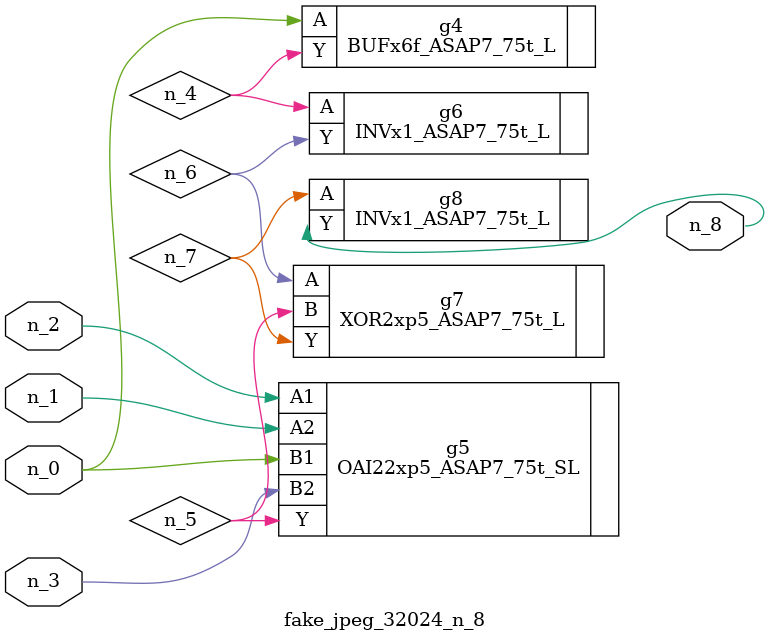
<source format=v>
module fake_jpeg_32024_n_8 (n_0, n_3, n_2, n_1, n_8);

input n_0;
input n_3;
input n_2;
input n_1;

output n_8;

wire n_4;
wire n_6;
wire n_5;
wire n_7;

BUFx6f_ASAP7_75t_L g4 ( 
.A(n_0),
.Y(n_4)
);

OAI22xp5_ASAP7_75t_SL g5 ( 
.A1(n_2),
.A2(n_1),
.B1(n_0),
.B2(n_3),
.Y(n_5)
);

INVx1_ASAP7_75t_L g6 ( 
.A(n_4),
.Y(n_6)
);

XOR2xp5_ASAP7_75t_L g7 ( 
.A(n_6),
.B(n_5),
.Y(n_7)
);

INVx1_ASAP7_75t_L g8 ( 
.A(n_7),
.Y(n_8)
);


endmodule
</source>
